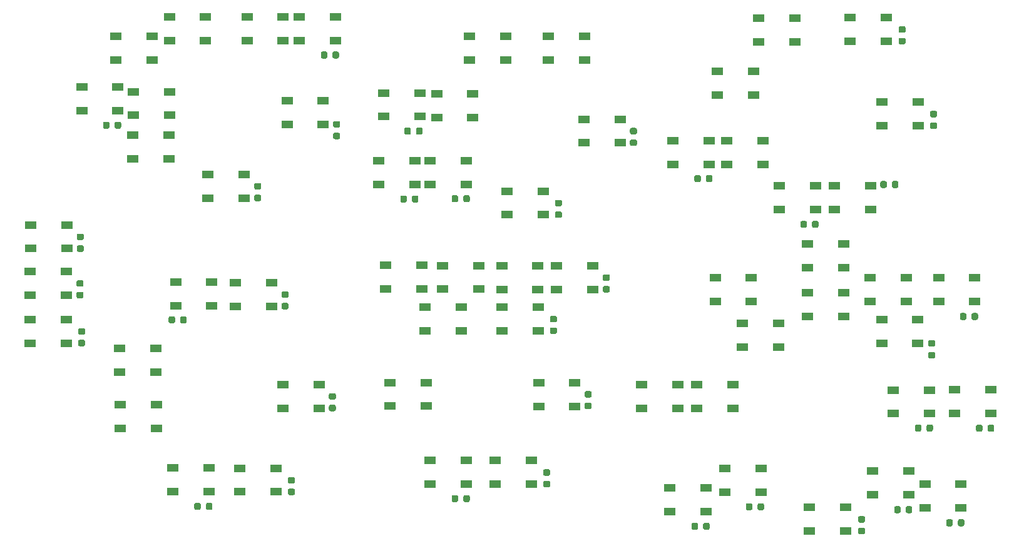
<source format=gbr>
%TF.GenerationSoftware,KiCad,Pcbnew,(5.1.12-1-10_14)*%
%TF.CreationDate,2021-11-27T18:06:18+11:00*%
%TF.ProjectId,SIM CNTL Panel PCB V2,53494d20-434e-4544-9c20-50616e656c20,rev?*%
%TF.SameCoordinates,Original*%
%TF.FileFunction,Paste,Top*%
%TF.FilePolarity,Positive*%
%FSLAX46Y46*%
G04 Gerber Fmt 4.6, Leading zero omitted, Abs format (unit mm)*
G04 Created by KiCad (PCBNEW (5.1.12-1-10_14)) date 2021-11-27 18:06:18*
%MOMM*%
%LPD*%
G01*
G04 APERTURE LIST*
%ADD10R,1.500000X1.000000*%
G04 APERTURE END LIST*
%TO.C,C2*%
G36*
G01*
X174732500Y-77546250D02*
X174732500Y-77033750D01*
G75*
G02*
X174951250Y-76815000I218750J0D01*
G01*
X175388750Y-76815000D01*
G75*
G02*
X175607500Y-77033750I0J-218750D01*
G01*
X175607500Y-77546250D01*
G75*
G02*
X175388750Y-77765000I-218750J0D01*
G01*
X174951250Y-77765000D01*
G75*
G02*
X174732500Y-77546250I0J218750D01*
G01*
G37*
G36*
G01*
X173157500Y-77546250D02*
X173157500Y-77033750D01*
G75*
G02*
X173376250Y-76815000I218750J0D01*
G01*
X173813750Y-76815000D01*
G75*
G02*
X174032500Y-77033750I0J-218750D01*
G01*
X174032500Y-77546250D01*
G75*
G02*
X173813750Y-77765000I-218750J0D01*
G01*
X173376250Y-77765000D01*
G75*
G02*
X173157500Y-77546250I0J218750D01*
G01*
G37*
%TD*%
D10*
%TO.C,D2*%
X94933600Y-57988400D03*
X94933600Y-61188400D03*
X99833600Y-57988400D03*
X99833600Y-61188400D03*
%TD*%
%TO.C,C29*%
G36*
G01*
X204562500Y-111306250D02*
X204562500Y-110793750D01*
G75*
G02*
X204781250Y-110575000I218750J0D01*
G01*
X205218750Y-110575000D01*
G75*
G02*
X205437500Y-110793750I0J-218750D01*
G01*
X205437500Y-111306250D01*
G75*
G02*
X205218750Y-111525000I-218750J0D01*
G01*
X204781250Y-111525000D01*
G75*
G02*
X204562500Y-111306250I0J218750D01*
G01*
G37*
G36*
G01*
X202987500Y-111306250D02*
X202987500Y-110793750D01*
G75*
G02*
X203206250Y-110575000I218750J0D01*
G01*
X203643750Y-110575000D01*
G75*
G02*
X203862500Y-110793750I0J-218750D01*
G01*
X203862500Y-111306250D01*
G75*
G02*
X203643750Y-111525000I-218750J0D01*
G01*
X203206250Y-111525000D01*
G75*
G02*
X202987500Y-111306250I0J218750D01*
G01*
G37*
%TD*%
%TO.C,C18*%
G36*
G01*
X135512500Y-71106250D02*
X135512500Y-70593750D01*
G75*
G02*
X135731250Y-70375000I218750J0D01*
G01*
X136168750Y-70375000D01*
G75*
G02*
X136387500Y-70593750I0J-218750D01*
G01*
X136387500Y-71106250D01*
G75*
G02*
X136168750Y-71325000I-218750J0D01*
G01*
X135731250Y-71325000D01*
G75*
G02*
X135512500Y-71106250I0J218750D01*
G01*
G37*
G36*
G01*
X133937500Y-71106250D02*
X133937500Y-70593750D01*
G75*
G02*
X134156250Y-70375000I218750J0D01*
G01*
X134593750Y-70375000D01*
G75*
G02*
X134812500Y-70593750I0J-218750D01*
G01*
X134812500Y-71106250D01*
G75*
G02*
X134593750Y-71325000I-218750J0D01*
G01*
X134156250Y-71325000D01*
G75*
G02*
X133937500Y-71106250I0J218750D01*
G01*
G37*
%TD*%
%TO.C,C17*%
G36*
G01*
X125026250Y-70367500D02*
X124513750Y-70367500D01*
G75*
G02*
X124295000Y-70148750I0J218750D01*
G01*
X124295000Y-69711250D01*
G75*
G02*
X124513750Y-69492500I218750J0D01*
G01*
X125026250Y-69492500D01*
G75*
G02*
X125245000Y-69711250I0J-218750D01*
G01*
X125245000Y-70148750D01*
G75*
G02*
X125026250Y-70367500I-218750J0D01*
G01*
G37*
G36*
G01*
X125026250Y-71942500D02*
X124513750Y-71942500D01*
G75*
G02*
X124295000Y-71723750I0J218750D01*
G01*
X124295000Y-71286250D01*
G75*
G02*
X124513750Y-71067500I218750J0D01*
G01*
X125026250Y-71067500D01*
G75*
G02*
X125245000Y-71286250I0J-218750D01*
G01*
X125245000Y-71723750D01*
G75*
G02*
X125026250Y-71942500I-218750J0D01*
G01*
G37*
%TD*%
%TO.C,C37*%
G36*
G01*
X164668750Y-71987500D02*
X165181250Y-71987500D01*
G75*
G02*
X165400000Y-72206250I0J-218750D01*
G01*
X165400000Y-72643750D01*
G75*
G02*
X165181250Y-72862500I-218750J0D01*
G01*
X164668750Y-72862500D01*
G75*
G02*
X164450000Y-72643750I0J218750D01*
G01*
X164450000Y-72206250D01*
G75*
G02*
X164668750Y-71987500I218750J0D01*
G01*
G37*
G36*
G01*
X164668750Y-70412500D02*
X165181250Y-70412500D01*
G75*
G02*
X165400000Y-70631250I0J-218750D01*
G01*
X165400000Y-71068750D01*
G75*
G02*
X165181250Y-71287500I-218750J0D01*
G01*
X164668750Y-71287500D01*
G75*
G02*
X164450000Y-71068750I0J218750D01*
G01*
X164450000Y-70631250D01*
G75*
G02*
X164668750Y-70412500I218750J0D01*
G01*
G37*
%TD*%
%TO.C,C36*%
G36*
G01*
X212837500Y-111331250D02*
X212837500Y-110818750D01*
G75*
G02*
X213056250Y-110600000I218750J0D01*
G01*
X213493750Y-110600000D01*
G75*
G02*
X213712500Y-110818750I0J-218750D01*
G01*
X213712500Y-111331250D01*
G75*
G02*
X213493750Y-111550000I-218750J0D01*
G01*
X213056250Y-111550000D01*
G75*
G02*
X212837500Y-111331250I0J218750D01*
G01*
G37*
G36*
G01*
X211262500Y-111331250D02*
X211262500Y-110818750D01*
G75*
G02*
X211481250Y-110600000I218750J0D01*
G01*
X211918750Y-110600000D01*
G75*
G02*
X212137500Y-110818750I0J-218750D01*
G01*
X212137500Y-111331250D01*
G75*
G02*
X211918750Y-111550000I-218750J0D01*
G01*
X211481250Y-111550000D01*
G75*
G02*
X211262500Y-111331250I0J218750D01*
G01*
G37*
%TD*%
%TO.C,C35*%
G36*
G01*
X189087500Y-83731250D02*
X189087500Y-83218750D01*
G75*
G02*
X189306250Y-83000000I218750J0D01*
G01*
X189743750Y-83000000D01*
G75*
G02*
X189962500Y-83218750I0J-218750D01*
G01*
X189962500Y-83731250D01*
G75*
G02*
X189743750Y-83950000I-218750J0D01*
G01*
X189306250Y-83950000D01*
G75*
G02*
X189087500Y-83731250I0J218750D01*
G01*
G37*
G36*
G01*
X187512500Y-83731250D02*
X187512500Y-83218750D01*
G75*
G02*
X187731250Y-83000000I218750J0D01*
G01*
X188168750Y-83000000D01*
G75*
G02*
X188387500Y-83218750I0J-218750D01*
G01*
X188387500Y-83731250D01*
G75*
G02*
X188168750Y-83950000I-218750J0D01*
G01*
X187731250Y-83950000D01*
G75*
G02*
X187512500Y-83731250I0J218750D01*
G01*
G37*
%TD*%
%TO.C,C34*%
G36*
G01*
X208812500Y-124131250D02*
X208812500Y-123618750D01*
G75*
G02*
X209031250Y-123400000I218750J0D01*
G01*
X209468750Y-123400000D01*
G75*
G02*
X209687500Y-123618750I0J-218750D01*
G01*
X209687500Y-124131250D01*
G75*
G02*
X209468750Y-124350000I-218750J0D01*
G01*
X209031250Y-124350000D01*
G75*
G02*
X208812500Y-124131250I0J218750D01*
G01*
G37*
G36*
G01*
X207237500Y-124131250D02*
X207237500Y-123618750D01*
G75*
G02*
X207456250Y-123400000I218750J0D01*
G01*
X207893750Y-123400000D01*
G75*
G02*
X208112500Y-123618750I0J-218750D01*
G01*
X208112500Y-124131250D01*
G75*
G02*
X207893750Y-124350000I-218750J0D01*
G01*
X207456250Y-124350000D01*
G75*
G02*
X207237500Y-124131250I0J218750D01*
G01*
G37*
%TD*%
%TO.C,C33*%
G36*
G01*
X158543750Y-107612500D02*
X159056250Y-107612500D01*
G75*
G02*
X159275000Y-107831250I0J-218750D01*
G01*
X159275000Y-108268750D01*
G75*
G02*
X159056250Y-108487500I-218750J0D01*
G01*
X158543750Y-108487500D01*
G75*
G02*
X158325000Y-108268750I0J218750D01*
G01*
X158325000Y-107831250D01*
G75*
G02*
X158543750Y-107612500I218750J0D01*
G01*
G37*
G36*
G01*
X158543750Y-106037500D02*
X159056250Y-106037500D01*
G75*
G02*
X159275000Y-106256250I0J-218750D01*
G01*
X159275000Y-106693750D01*
G75*
G02*
X159056250Y-106912500I-218750J0D01*
G01*
X158543750Y-106912500D01*
G75*
G02*
X158325000Y-106693750I0J218750D01*
G01*
X158325000Y-106256250D01*
G75*
G02*
X158543750Y-106037500I218750J0D01*
G01*
G37*
%TD*%
%TO.C,C32*%
G36*
G01*
X210662500Y-96206250D02*
X210662500Y-95693750D01*
G75*
G02*
X210881250Y-95475000I218750J0D01*
G01*
X211318750Y-95475000D01*
G75*
G02*
X211537500Y-95693750I0J-218750D01*
G01*
X211537500Y-96206250D01*
G75*
G02*
X211318750Y-96425000I-218750J0D01*
G01*
X210881250Y-96425000D01*
G75*
G02*
X210662500Y-96206250I0J218750D01*
G01*
G37*
G36*
G01*
X209087500Y-96206250D02*
X209087500Y-95693750D01*
G75*
G02*
X209306250Y-95475000I218750J0D01*
G01*
X209743750Y-95475000D01*
G75*
G02*
X209962500Y-95693750I0J-218750D01*
G01*
X209962500Y-96206250D01*
G75*
G02*
X209743750Y-96425000I-218750J0D01*
G01*
X209306250Y-96425000D01*
G75*
G02*
X209087500Y-96206250I0J218750D01*
G01*
G37*
%TD*%
%TO.C,C31*%
G36*
G01*
X201762500Y-122356250D02*
X201762500Y-121843750D01*
G75*
G02*
X201981250Y-121625000I218750J0D01*
G01*
X202418750Y-121625000D01*
G75*
G02*
X202637500Y-121843750I0J-218750D01*
G01*
X202637500Y-122356250D01*
G75*
G02*
X202418750Y-122575000I-218750J0D01*
G01*
X201981250Y-122575000D01*
G75*
G02*
X201762500Y-122356250I0J218750D01*
G01*
G37*
G36*
G01*
X200187500Y-122356250D02*
X200187500Y-121843750D01*
G75*
G02*
X200406250Y-121625000I218750J0D01*
G01*
X200843750Y-121625000D01*
G75*
G02*
X201062500Y-121843750I0J-218750D01*
G01*
X201062500Y-122356250D01*
G75*
G02*
X200843750Y-122575000I-218750J0D01*
G01*
X200406250Y-122575000D01*
G75*
G02*
X200187500Y-122356250I0J218750D01*
G01*
G37*
%TD*%
%TO.C,C30*%
G36*
G01*
X174362500Y-124606250D02*
X174362500Y-124093750D01*
G75*
G02*
X174581250Y-123875000I218750J0D01*
G01*
X175018750Y-123875000D01*
G75*
G02*
X175237500Y-124093750I0J-218750D01*
G01*
X175237500Y-124606250D01*
G75*
G02*
X175018750Y-124825000I-218750J0D01*
G01*
X174581250Y-124825000D01*
G75*
G02*
X174362500Y-124606250I0J218750D01*
G01*
G37*
G36*
G01*
X172787500Y-124606250D02*
X172787500Y-124093750D01*
G75*
G02*
X173006250Y-123875000I218750J0D01*
G01*
X173443750Y-123875000D01*
G75*
G02*
X173662500Y-124093750I0J-218750D01*
G01*
X173662500Y-124606250D01*
G75*
G02*
X173443750Y-124825000I-218750J0D01*
G01*
X173006250Y-124825000D01*
G75*
G02*
X172787500Y-124606250I0J218750D01*
G01*
G37*
%TD*%
%TO.C,C28*%
G36*
G01*
X107100000Y-121906250D02*
X107100000Y-121393750D01*
G75*
G02*
X107318750Y-121175000I218750J0D01*
G01*
X107756250Y-121175000D01*
G75*
G02*
X107975000Y-121393750I0J-218750D01*
G01*
X107975000Y-121906250D01*
G75*
G02*
X107756250Y-122125000I-218750J0D01*
G01*
X107318750Y-122125000D01*
G75*
G02*
X107100000Y-121906250I0J218750D01*
G01*
G37*
G36*
G01*
X105525000Y-121906250D02*
X105525000Y-121393750D01*
G75*
G02*
X105743750Y-121175000I218750J0D01*
G01*
X106181250Y-121175000D01*
G75*
G02*
X106400000Y-121393750I0J-218750D01*
G01*
X106400000Y-121906250D01*
G75*
G02*
X106181250Y-122125000I-218750J0D01*
G01*
X105743750Y-122125000D01*
G75*
G02*
X105525000Y-121906250I0J218750D01*
G01*
G37*
%TD*%
%TO.C,C27*%
G36*
G01*
X141912500Y-120856250D02*
X141912500Y-120343750D01*
G75*
G02*
X142131250Y-120125000I218750J0D01*
G01*
X142568750Y-120125000D01*
G75*
G02*
X142787500Y-120343750I0J-218750D01*
G01*
X142787500Y-120856250D01*
G75*
G02*
X142568750Y-121075000I-218750J0D01*
G01*
X142131250Y-121075000D01*
G75*
G02*
X141912500Y-120856250I0J218750D01*
G01*
G37*
G36*
G01*
X140337500Y-120856250D02*
X140337500Y-120343750D01*
G75*
G02*
X140556250Y-120125000I218750J0D01*
G01*
X140993750Y-120125000D01*
G75*
G02*
X141212500Y-120343750I0J-218750D01*
G01*
X141212500Y-120856250D01*
G75*
G02*
X140993750Y-121075000I-218750J0D01*
G01*
X140556250Y-121075000D01*
G75*
G02*
X140337500Y-120856250I0J218750D01*
G01*
G37*
%TD*%
%TO.C,C26*%
G36*
G01*
X181712500Y-121956250D02*
X181712500Y-121443750D01*
G75*
G02*
X181931250Y-121225000I218750J0D01*
G01*
X182368750Y-121225000D01*
G75*
G02*
X182587500Y-121443750I0J-218750D01*
G01*
X182587500Y-121956250D01*
G75*
G02*
X182368750Y-122175000I-218750J0D01*
G01*
X181931250Y-122175000D01*
G75*
G02*
X181712500Y-121956250I0J218750D01*
G01*
G37*
G36*
G01*
X180137500Y-121956250D02*
X180137500Y-121443750D01*
G75*
G02*
X180356250Y-121225000I218750J0D01*
G01*
X180793750Y-121225000D01*
G75*
G02*
X181012500Y-121443750I0J-218750D01*
G01*
X181012500Y-121956250D01*
G75*
G02*
X180793750Y-122175000I-218750J0D01*
G01*
X180356250Y-122175000D01*
G75*
G02*
X180137500Y-121956250I0J218750D01*
G01*
G37*
%TD*%
%TO.C,C25*%
G36*
G01*
X103612500Y-96656250D02*
X103612500Y-96143750D01*
G75*
G02*
X103831250Y-95925000I218750J0D01*
G01*
X104268750Y-95925000D01*
G75*
G02*
X104487500Y-96143750I0J-218750D01*
G01*
X104487500Y-96656250D01*
G75*
G02*
X104268750Y-96875000I-218750J0D01*
G01*
X103831250Y-96875000D01*
G75*
G02*
X103612500Y-96656250I0J218750D01*
G01*
G37*
G36*
G01*
X102037500Y-96656250D02*
X102037500Y-96143750D01*
G75*
G02*
X102256250Y-95925000I218750J0D01*
G01*
X102693750Y-95925000D01*
G75*
G02*
X102912500Y-96143750I0J-218750D01*
G01*
X102912500Y-96656250D01*
G75*
G02*
X102693750Y-96875000I-218750J0D01*
G01*
X102256250Y-96875000D01*
G75*
G02*
X102037500Y-96656250I0J218750D01*
G01*
G37*
%TD*%
%TO.C,C24*%
G36*
G01*
X160993750Y-91812500D02*
X161506250Y-91812500D01*
G75*
G02*
X161725000Y-92031250I0J-218750D01*
G01*
X161725000Y-92468750D01*
G75*
G02*
X161506250Y-92687500I-218750J0D01*
G01*
X160993750Y-92687500D01*
G75*
G02*
X160775000Y-92468750I0J218750D01*
G01*
X160775000Y-92031250D01*
G75*
G02*
X160993750Y-91812500I218750J0D01*
G01*
G37*
G36*
G01*
X160993750Y-90237500D02*
X161506250Y-90237500D01*
G75*
G02*
X161725000Y-90456250I0J-218750D01*
G01*
X161725000Y-90893750D01*
G75*
G02*
X161506250Y-91112500I-218750J0D01*
G01*
X160993750Y-91112500D01*
G75*
G02*
X160775000Y-90893750I0J218750D01*
G01*
X160775000Y-90456250D01*
G75*
G02*
X160993750Y-90237500I218750J0D01*
G01*
G37*
%TD*%
%TO.C,C23*%
G36*
G01*
X117543750Y-94112500D02*
X118056250Y-94112500D01*
G75*
G02*
X118275000Y-94331250I0J-218750D01*
G01*
X118275000Y-94768750D01*
G75*
G02*
X118056250Y-94987500I-218750J0D01*
G01*
X117543750Y-94987500D01*
G75*
G02*
X117325000Y-94768750I0J218750D01*
G01*
X117325000Y-94331250D01*
G75*
G02*
X117543750Y-94112500I218750J0D01*
G01*
G37*
G36*
G01*
X117543750Y-92537500D02*
X118056250Y-92537500D01*
G75*
G02*
X118275000Y-92756250I0J-218750D01*
G01*
X118275000Y-93193750D01*
G75*
G02*
X118056250Y-93412500I-218750J0D01*
G01*
X117543750Y-93412500D01*
G75*
G02*
X117325000Y-93193750I0J218750D01*
G01*
X117325000Y-92756250D01*
G75*
G02*
X117543750Y-92537500I218750J0D01*
G01*
G37*
%TD*%
%TO.C,C22*%
G36*
G01*
X123943750Y-107900000D02*
X124456250Y-107900000D01*
G75*
G02*
X124675000Y-108118750I0J-218750D01*
G01*
X124675000Y-108556250D01*
G75*
G02*
X124456250Y-108775000I-218750J0D01*
G01*
X123943750Y-108775000D01*
G75*
G02*
X123725000Y-108556250I0J218750D01*
G01*
X123725000Y-108118750D01*
G75*
G02*
X123943750Y-107900000I218750J0D01*
G01*
G37*
G36*
G01*
X123943750Y-106325000D02*
X124456250Y-106325000D01*
G75*
G02*
X124675000Y-106543750I0J-218750D01*
G01*
X124675000Y-106981250D01*
G75*
G02*
X124456250Y-107200000I-218750J0D01*
G01*
X123943750Y-107200000D01*
G75*
G02*
X123725000Y-106981250I0J218750D01*
G01*
X123725000Y-106543750D01*
G75*
G02*
X123943750Y-106325000I218750J0D01*
G01*
G37*
%TD*%
%TO.C,C21*%
G36*
G01*
X134962500Y-80306250D02*
X134962500Y-79793750D01*
G75*
G02*
X135181250Y-79575000I218750J0D01*
G01*
X135618750Y-79575000D01*
G75*
G02*
X135837500Y-79793750I0J-218750D01*
G01*
X135837500Y-80306250D01*
G75*
G02*
X135618750Y-80525000I-218750J0D01*
G01*
X135181250Y-80525000D01*
G75*
G02*
X134962500Y-80306250I0J218750D01*
G01*
G37*
G36*
G01*
X133387500Y-80306250D02*
X133387500Y-79793750D01*
G75*
G02*
X133606250Y-79575000I218750J0D01*
G01*
X134043750Y-79575000D01*
G75*
G02*
X134262500Y-79793750I0J-218750D01*
G01*
X134262500Y-80306250D01*
G75*
G02*
X134043750Y-80525000I-218750J0D01*
G01*
X133606250Y-80525000D01*
G75*
G02*
X133387500Y-80306250I0J218750D01*
G01*
G37*
%TD*%
%TO.C,C20*%
G36*
G01*
X124212500Y-60806250D02*
X124212500Y-60293750D01*
G75*
G02*
X124431250Y-60075000I218750J0D01*
G01*
X124868750Y-60075000D01*
G75*
G02*
X125087500Y-60293750I0J-218750D01*
G01*
X125087500Y-60806250D01*
G75*
G02*
X124868750Y-61025000I-218750J0D01*
G01*
X124431250Y-61025000D01*
G75*
G02*
X124212500Y-60806250I0J218750D01*
G01*
G37*
G36*
G01*
X122637500Y-60806250D02*
X122637500Y-60293750D01*
G75*
G02*
X122856250Y-60075000I218750J0D01*
G01*
X123293750Y-60075000D01*
G75*
G02*
X123512500Y-60293750I0J-218750D01*
G01*
X123512500Y-60806250D01*
G75*
G02*
X123293750Y-61025000I-218750J0D01*
G01*
X122856250Y-61025000D01*
G75*
G02*
X122637500Y-60806250I0J218750D01*
G01*
G37*
%TD*%
%TO.C,C19*%
G36*
G01*
X141912500Y-80256250D02*
X141912500Y-79743750D01*
G75*
G02*
X142131250Y-79525000I218750J0D01*
G01*
X142568750Y-79525000D01*
G75*
G02*
X142787500Y-79743750I0J-218750D01*
G01*
X142787500Y-80256250D01*
G75*
G02*
X142568750Y-80475000I-218750J0D01*
G01*
X142131250Y-80475000D01*
G75*
G02*
X141912500Y-80256250I0J218750D01*
G01*
G37*
G36*
G01*
X140337500Y-80256250D02*
X140337500Y-79743750D01*
G75*
G02*
X140556250Y-79525000I218750J0D01*
G01*
X140993750Y-79525000D01*
G75*
G02*
X141212500Y-79743750I0J-218750D01*
G01*
X141212500Y-80256250D01*
G75*
G02*
X140993750Y-80475000I-218750J0D01*
G01*
X140556250Y-80475000D01*
G75*
G02*
X140337500Y-80256250I0J218750D01*
G01*
G37*
%TD*%
%TO.C,C16*%
G36*
G01*
X89843750Y-86312500D02*
X90356250Y-86312500D01*
G75*
G02*
X90575000Y-86531250I0J-218750D01*
G01*
X90575000Y-86968750D01*
G75*
G02*
X90356250Y-87187500I-218750J0D01*
G01*
X89843750Y-87187500D01*
G75*
G02*
X89625000Y-86968750I0J218750D01*
G01*
X89625000Y-86531250D01*
G75*
G02*
X89843750Y-86312500I218750J0D01*
G01*
G37*
G36*
G01*
X89843750Y-84737500D02*
X90356250Y-84737500D01*
G75*
G02*
X90575000Y-84956250I0J-218750D01*
G01*
X90575000Y-85393750D01*
G75*
G02*
X90356250Y-85612500I-218750J0D01*
G01*
X89843750Y-85612500D01*
G75*
G02*
X89625000Y-85393750I0J218750D01*
G01*
X89625000Y-84956250D01*
G75*
G02*
X89843750Y-84737500I218750J0D01*
G01*
G37*
%TD*%
%TO.C,C15*%
G36*
G01*
X113843750Y-79462500D02*
X114356250Y-79462500D01*
G75*
G02*
X114575000Y-79681250I0J-218750D01*
G01*
X114575000Y-80118750D01*
G75*
G02*
X114356250Y-80337500I-218750J0D01*
G01*
X113843750Y-80337500D01*
G75*
G02*
X113625000Y-80118750I0J218750D01*
G01*
X113625000Y-79681250D01*
G75*
G02*
X113843750Y-79462500I218750J0D01*
G01*
G37*
G36*
G01*
X113843750Y-77887500D02*
X114356250Y-77887500D01*
G75*
G02*
X114575000Y-78106250I0J-218750D01*
G01*
X114575000Y-78543750D01*
G75*
G02*
X114356250Y-78762500I-218750J0D01*
G01*
X113843750Y-78762500D01*
G75*
G02*
X113625000Y-78543750I0J218750D01*
G01*
X113625000Y-78106250D01*
G75*
G02*
X113843750Y-77887500I218750J0D01*
G01*
G37*
%TD*%
%TO.C,C14*%
G36*
G01*
X89793750Y-92612500D02*
X90306250Y-92612500D01*
G75*
G02*
X90525000Y-92831250I0J-218750D01*
G01*
X90525000Y-93268750D01*
G75*
G02*
X90306250Y-93487500I-218750J0D01*
G01*
X89793750Y-93487500D01*
G75*
G02*
X89575000Y-93268750I0J218750D01*
G01*
X89575000Y-92831250D01*
G75*
G02*
X89793750Y-92612500I218750J0D01*
G01*
G37*
G36*
G01*
X89793750Y-91037500D02*
X90306250Y-91037500D01*
G75*
G02*
X90525000Y-91256250I0J-218750D01*
G01*
X90525000Y-91693750D01*
G75*
G02*
X90306250Y-91912500I-218750J0D01*
G01*
X89793750Y-91912500D01*
G75*
G02*
X89575000Y-91693750I0J218750D01*
G01*
X89575000Y-91256250D01*
G75*
G02*
X89793750Y-91037500I218750J0D01*
G01*
G37*
%TD*%
%TO.C,R1*%
G36*
G01*
X199192000Y-77823350D02*
X199192000Y-78335850D01*
G75*
G02*
X198973250Y-78554600I-218750J0D01*
G01*
X198535750Y-78554600D01*
G75*
G02*
X198317000Y-78335850I0J218750D01*
G01*
X198317000Y-77823350D01*
G75*
G02*
X198535750Y-77604600I218750J0D01*
G01*
X198973250Y-77604600D01*
G75*
G02*
X199192000Y-77823350I0J-218750D01*
G01*
G37*
G36*
G01*
X200767000Y-77823350D02*
X200767000Y-78335850D01*
G75*
G02*
X200548250Y-78554600I-218750J0D01*
G01*
X200110750Y-78554600D01*
G75*
G02*
X199892000Y-78335850I0J218750D01*
G01*
X199892000Y-77823350D01*
G75*
G02*
X200110750Y-77604600I218750J0D01*
G01*
X200548250Y-77604600D01*
G75*
G02*
X200767000Y-77823350I0J-218750D01*
G01*
G37*
%TD*%
%TO.C,C13*%
G36*
G01*
X195526750Y-124541000D02*
X196039250Y-124541000D01*
G75*
G02*
X196258000Y-124759750I0J-218750D01*
G01*
X196258000Y-125197250D01*
G75*
G02*
X196039250Y-125416000I-218750J0D01*
G01*
X195526750Y-125416000D01*
G75*
G02*
X195308000Y-125197250I0J218750D01*
G01*
X195308000Y-124759750D01*
G75*
G02*
X195526750Y-124541000I218750J0D01*
G01*
G37*
G36*
G01*
X195526750Y-122966000D02*
X196039250Y-122966000D01*
G75*
G02*
X196258000Y-123184750I0J-218750D01*
G01*
X196258000Y-123622250D01*
G75*
G02*
X196039250Y-123841000I-218750J0D01*
G01*
X195526750Y-123841000D01*
G75*
G02*
X195308000Y-123622250I0J218750D01*
G01*
X195308000Y-123184750D01*
G75*
G02*
X195526750Y-122966000I218750J0D01*
G01*
G37*
%TD*%
%TO.C,C12*%
G36*
G01*
X205531250Y-100037500D02*
X205018750Y-100037500D01*
G75*
G02*
X204800000Y-99818750I0J218750D01*
G01*
X204800000Y-99381250D01*
G75*
G02*
X205018750Y-99162500I218750J0D01*
G01*
X205531250Y-99162500D01*
G75*
G02*
X205750000Y-99381250I0J-218750D01*
G01*
X205750000Y-99818750D01*
G75*
G02*
X205531250Y-100037500I-218750J0D01*
G01*
G37*
G36*
G01*
X205531250Y-101612500D02*
X205018750Y-101612500D01*
G75*
G02*
X204800000Y-101393750I0J218750D01*
G01*
X204800000Y-100956250D01*
G75*
G02*
X205018750Y-100737500I218750J0D01*
G01*
X205531250Y-100737500D01*
G75*
G02*
X205750000Y-100956250I0J-218750D01*
G01*
X205750000Y-101393750D01*
G75*
G02*
X205531250Y-101612500I-218750J0D01*
G01*
G37*
%TD*%
%TO.C,C11*%
G36*
G01*
X201010750Y-58226300D02*
X201523250Y-58226300D01*
G75*
G02*
X201742000Y-58445050I0J-218750D01*
G01*
X201742000Y-58882550D01*
G75*
G02*
X201523250Y-59101300I-218750J0D01*
G01*
X201010750Y-59101300D01*
G75*
G02*
X200792000Y-58882550I0J218750D01*
G01*
X200792000Y-58445050D01*
G75*
G02*
X201010750Y-58226300I218750J0D01*
G01*
G37*
G36*
G01*
X201010750Y-56651300D02*
X201523250Y-56651300D01*
G75*
G02*
X201742000Y-56870050I0J-218750D01*
G01*
X201742000Y-57307550D01*
G75*
G02*
X201523250Y-57526300I-218750J0D01*
G01*
X201010750Y-57526300D01*
G75*
G02*
X200792000Y-57307550I0J218750D01*
G01*
X200792000Y-56870050D01*
G75*
G02*
X201010750Y-56651300I218750J0D01*
G01*
G37*
%TD*%
%TO.C,C10*%
G36*
G01*
X205262750Y-69679200D02*
X205775250Y-69679200D01*
G75*
G02*
X205994000Y-69897950I0J-218750D01*
G01*
X205994000Y-70335450D01*
G75*
G02*
X205775250Y-70554200I-218750J0D01*
G01*
X205262750Y-70554200D01*
G75*
G02*
X205044000Y-70335450I0J218750D01*
G01*
X205044000Y-69897950D01*
G75*
G02*
X205262750Y-69679200I218750J0D01*
G01*
G37*
G36*
G01*
X205262750Y-68104200D02*
X205775250Y-68104200D01*
G75*
G02*
X205994000Y-68322950I0J-218750D01*
G01*
X205994000Y-68760450D01*
G75*
G02*
X205775250Y-68979200I-218750J0D01*
G01*
X205262750Y-68979200D01*
G75*
G02*
X205044000Y-68760450I0J218750D01*
G01*
X205044000Y-68322950D01*
G75*
G02*
X205262750Y-68104200I218750J0D01*
G01*
G37*
%TD*%
%TO.C,C9*%
G36*
G01*
X154538750Y-81729000D02*
X155051250Y-81729000D01*
G75*
G02*
X155270000Y-81947750I0J-218750D01*
G01*
X155270000Y-82385250D01*
G75*
G02*
X155051250Y-82604000I-218750J0D01*
G01*
X154538750Y-82604000D01*
G75*
G02*
X154320000Y-82385250I0J218750D01*
G01*
X154320000Y-81947750D01*
G75*
G02*
X154538750Y-81729000I218750J0D01*
G01*
G37*
G36*
G01*
X154538750Y-80154000D02*
X155051250Y-80154000D01*
G75*
G02*
X155270000Y-80372750I0J-218750D01*
G01*
X155270000Y-80810250D01*
G75*
G02*
X155051250Y-81029000I-218750J0D01*
G01*
X154538750Y-81029000D01*
G75*
G02*
X154320000Y-80810250I0J218750D01*
G01*
X154320000Y-80372750D01*
G75*
G02*
X154538750Y-80154000I218750J0D01*
G01*
G37*
%TD*%
%TO.C,C8*%
G36*
G01*
X153847750Y-97434000D02*
X154360250Y-97434000D01*
G75*
G02*
X154579000Y-97652750I0J-218750D01*
G01*
X154579000Y-98090250D01*
G75*
G02*
X154360250Y-98309000I-218750J0D01*
G01*
X153847750Y-98309000D01*
G75*
G02*
X153629000Y-98090250I0J218750D01*
G01*
X153629000Y-97652750D01*
G75*
G02*
X153847750Y-97434000I218750J0D01*
G01*
G37*
G36*
G01*
X153847750Y-95859000D02*
X154360250Y-95859000D01*
G75*
G02*
X154579000Y-96077750I0J-218750D01*
G01*
X154579000Y-96515250D01*
G75*
G02*
X154360250Y-96734000I-218750J0D01*
G01*
X153847750Y-96734000D01*
G75*
G02*
X153629000Y-96515250I0J218750D01*
G01*
X153629000Y-96077750D01*
G75*
G02*
X153847750Y-95859000I218750J0D01*
G01*
G37*
%TD*%
%TO.C,C7*%
G36*
G01*
X152933750Y-118198000D02*
X153446250Y-118198000D01*
G75*
G02*
X153665000Y-118416750I0J-218750D01*
G01*
X153665000Y-118854250D01*
G75*
G02*
X153446250Y-119073000I-218750J0D01*
G01*
X152933750Y-119073000D01*
G75*
G02*
X152715000Y-118854250I0J218750D01*
G01*
X152715000Y-118416750D01*
G75*
G02*
X152933750Y-118198000I218750J0D01*
G01*
G37*
G36*
G01*
X152933750Y-116623000D02*
X153446250Y-116623000D01*
G75*
G02*
X153665000Y-116841750I0J-218750D01*
G01*
X153665000Y-117279250D01*
G75*
G02*
X153446250Y-117498000I-218750J0D01*
G01*
X152933750Y-117498000D01*
G75*
G02*
X152715000Y-117279250I0J218750D01*
G01*
X152715000Y-116841750D01*
G75*
G02*
X152933750Y-116623000I218750J0D01*
G01*
G37*
%TD*%
%TO.C,C6*%
G36*
G01*
X118399750Y-119245000D02*
X118912250Y-119245000D01*
G75*
G02*
X119131000Y-119463750I0J-218750D01*
G01*
X119131000Y-119901250D01*
G75*
G02*
X118912250Y-120120000I-218750J0D01*
G01*
X118399750Y-120120000D01*
G75*
G02*
X118181000Y-119901250I0J218750D01*
G01*
X118181000Y-119463750D01*
G75*
G02*
X118399750Y-119245000I218750J0D01*
G01*
G37*
G36*
G01*
X118399750Y-117670000D02*
X118912250Y-117670000D01*
G75*
G02*
X119131000Y-117888750I0J-218750D01*
G01*
X119131000Y-118326250D01*
G75*
G02*
X118912250Y-118545000I-218750J0D01*
G01*
X118399750Y-118545000D01*
G75*
G02*
X118181000Y-118326250I0J218750D01*
G01*
X118181000Y-117888750D01*
G75*
G02*
X118399750Y-117670000I218750J0D01*
G01*
G37*
%TD*%
%TO.C,C5*%
G36*
G01*
X90022950Y-99100100D02*
X90535450Y-99100100D01*
G75*
G02*
X90754200Y-99318850I0J-218750D01*
G01*
X90754200Y-99756350D01*
G75*
G02*
X90535450Y-99975100I-218750J0D01*
G01*
X90022950Y-99975100D01*
G75*
G02*
X89804200Y-99756350I0J218750D01*
G01*
X89804200Y-99318850D01*
G75*
G02*
X90022950Y-99100100I218750J0D01*
G01*
G37*
G36*
G01*
X90022950Y-97525100D02*
X90535450Y-97525100D01*
G75*
G02*
X90754200Y-97743850I0J-218750D01*
G01*
X90754200Y-98181350D01*
G75*
G02*
X90535450Y-98400100I-218750J0D01*
G01*
X90022950Y-98400100D01*
G75*
G02*
X89804200Y-98181350I0J218750D01*
G01*
X89804200Y-97743850D01*
G75*
G02*
X90022950Y-97525100I218750J0D01*
G01*
G37*
%TD*%
%TO.C,C3*%
G36*
G01*
X94750000Y-70306250D02*
X94750000Y-69793750D01*
G75*
G02*
X94968750Y-69575000I218750J0D01*
G01*
X95406250Y-69575000D01*
G75*
G02*
X95625000Y-69793750I0J-218750D01*
G01*
X95625000Y-70306250D01*
G75*
G02*
X95406250Y-70525000I-218750J0D01*
G01*
X94968750Y-70525000D01*
G75*
G02*
X94750000Y-70306250I0J218750D01*
G01*
G37*
G36*
G01*
X93175000Y-70306250D02*
X93175000Y-69793750D01*
G75*
G02*
X93393750Y-69575000I218750J0D01*
G01*
X93831250Y-69575000D01*
G75*
G02*
X94050000Y-69793750I0J-218750D01*
G01*
X94050000Y-70306250D01*
G75*
G02*
X93831250Y-70525000I-218750J0D01*
G01*
X93393750Y-70525000D01*
G75*
G02*
X93175000Y-70306250I0J218750D01*
G01*
G37*
%TD*%
%TO.C,D62*%
X136767000Y-94691400D03*
X136767000Y-97891400D03*
X141667000Y-94691400D03*
X141667000Y-97891400D03*
%TD*%
%TO.C,D61*%
X131981000Y-104877000D03*
X131981000Y-108077000D03*
X136881000Y-104877000D03*
X136881000Y-108077000D03*
%TD*%
%TO.C,D60*%
X137442000Y-115443000D03*
X137442000Y-118643000D03*
X142342000Y-115443000D03*
X142342000Y-118643000D03*
%TD*%
%TO.C,D59*%
X146242000Y-115418000D03*
X146242000Y-118618000D03*
X151142000Y-115418000D03*
X151142000Y-118618000D03*
%TD*%
%TO.C,D58*%
X152097000Y-104902000D03*
X152097000Y-108102000D03*
X156997000Y-104902000D03*
X156997000Y-108102000D03*
%TD*%
%TO.C,D57*%
X147170000Y-94665800D03*
X147170000Y-97865800D03*
X152070000Y-94665800D03*
X152070000Y-97865800D03*
%TD*%
%TO.C,D56*%
X154536000Y-89077800D03*
X154536000Y-92277800D03*
X159436000Y-89077800D03*
X159436000Y-92277800D03*
%TD*%
%TO.C,D55*%
X147105000Y-89078000D03*
X147105000Y-92278000D03*
X152005000Y-89078000D03*
X152005000Y-92278000D03*
%TD*%
%TO.C,D54*%
X139118000Y-89052800D03*
X139118000Y-92252800D03*
X144018000Y-89052800D03*
X144018000Y-92252800D03*
%TD*%
%TO.C,D53*%
X188482000Y-92761000D03*
X188482000Y-95961000D03*
X193382000Y-92761000D03*
X193382000Y-95961000D03*
%TD*%
%TO.C,D52*%
X175973000Y-90728800D03*
X175973000Y-93928800D03*
X180873000Y-90728800D03*
X180873000Y-93928800D03*
%TD*%
%TO.C,D51*%
X179682000Y-96850200D03*
X179682000Y-100050200D03*
X184582000Y-96850200D03*
X184582000Y-100050200D03*
%TD*%
%TO.C,D50*%
X166042000Y-105207000D03*
X166042000Y-108407000D03*
X170942000Y-105207000D03*
X170942000Y-108407000D03*
%TD*%
%TO.C,D49*%
X173496000Y-105207000D03*
X173496000Y-108407000D03*
X178396000Y-105207000D03*
X178396000Y-108407000D03*
%TD*%
%TO.C,D48*%
X169864000Y-119152000D03*
X169864000Y-122352000D03*
X174764000Y-119152000D03*
X174764000Y-122352000D03*
%TD*%
%TO.C,D47*%
X177269000Y-116510000D03*
X177269000Y-119710000D03*
X182169000Y-116510000D03*
X182169000Y-119710000D03*
%TD*%
%TO.C,D46*%
X188685000Y-121793000D03*
X188685000Y-124993000D03*
X193585000Y-121793000D03*
X193585000Y-124993000D03*
%TD*%
%TO.C,D45*%
X197284000Y-116891000D03*
X197284000Y-120091000D03*
X202184000Y-116891000D03*
X202184000Y-120091000D03*
%TD*%
%TO.C,D44*%
X204345000Y-118643000D03*
X204345000Y-121843000D03*
X209245000Y-118643000D03*
X209245000Y-121843000D03*
%TD*%
%TO.C,D43*%
X208345000Y-105867000D03*
X208345000Y-109067000D03*
X213245000Y-105867000D03*
X213245000Y-109067000D03*
%TD*%
%TO.C,D42*%
X200090000Y-105893000D03*
X200090000Y-109093000D03*
X204990000Y-105893000D03*
X204990000Y-109093000D03*
%TD*%
%TO.C,D41*%
X198503000Y-96393000D03*
X198503000Y-99593000D03*
X203403000Y-96393000D03*
X203403000Y-99593000D03*
%TD*%
%TO.C,D40*%
X206199000Y-90729200D03*
X206199000Y-93929200D03*
X211099000Y-90729200D03*
X211099000Y-93929200D03*
%TD*%
%TO.C,D39*%
X196903000Y-90703400D03*
X196903000Y-93903400D03*
X201803000Y-90703400D03*
X201803000Y-93903400D03*
%TD*%
%TO.C,D38*%
X188493000Y-86106000D03*
X188493000Y-89306000D03*
X193393000Y-86106000D03*
X193393000Y-89306000D03*
%TD*%
%TO.C,D37*%
X131383000Y-89027200D03*
X131383000Y-92227200D03*
X136283000Y-89027200D03*
X136283000Y-92227200D03*
%TD*%
%TO.C,D36*%
X95441600Y-100254000D03*
X95441600Y-103454000D03*
X100341600Y-100254000D03*
X100341600Y-103454000D03*
%TD*%
%TO.C,D35*%
X95531600Y-107874000D03*
X95531600Y-111074000D03*
X100431600Y-107874000D03*
X100431600Y-111074000D03*
%TD*%
%TO.C,D34*%
X102604000Y-116434000D03*
X102604000Y-119634000D03*
X107504000Y-116434000D03*
X107504000Y-119634000D03*
%TD*%
%TO.C,D33*%
X111686000Y-116484000D03*
X111686000Y-119684000D03*
X116586000Y-116484000D03*
X116586000Y-119684000D03*
%TD*%
%TO.C,D32*%
X117489000Y-105156000D03*
X117489000Y-108356000D03*
X122389000Y-105156000D03*
X122389000Y-108356000D03*
%TD*%
%TO.C,D31*%
X111076000Y-91363800D03*
X111076000Y-94563800D03*
X115976000Y-91363800D03*
X115976000Y-94563800D03*
%TD*%
%TO.C,D30*%
X102999000Y-91262200D03*
X102999000Y-94462200D03*
X107899000Y-91262200D03*
X107899000Y-94462200D03*
%TD*%
%TO.C,D29*%
X83288800Y-96342200D03*
X83288800Y-99542200D03*
X88188800Y-96342200D03*
X88188800Y-99542200D03*
%TD*%
%TO.C,D28*%
X83314200Y-89865200D03*
X83314200Y-93065200D03*
X88214200Y-89865200D03*
X88214200Y-93065200D03*
%TD*%
%TO.C,D27*%
X83390400Y-83540600D03*
X83390400Y-86740600D03*
X88290400Y-83540600D03*
X88290400Y-86740600D03*
%TD*%
%TO.C,D26*%
X176304000Y-62763400D03*
X176304000Y-65963400D03*
X181204000Y-62763400D03*
X181204000Y-65963400D03*
%TD*%
%TO.C,D25*%
X170282000Y-72186800D03*
X170282000Y-75386800D03*
X175182000Y-72186800D03*
X175182000Y-75386800D03*
%TD*%
%TO.C,D24*%
X177574000Y-72136000D03*
X177574000Y-75336000D03*
X182474000Y-72136000D03*
X182474000Y-75336000D03*
%TD*%
%TO.C,D23*%
X184635000Y-78282800D03*
X184635000Y-81482800D03*
X189535000Y-78282800D03*
X189535000Y-81482800D03*
%TD*%
%TO.C,D22*%
X192102000Y-78257800D03*
X192102000Y-81457800D03*
X197002000Y-78257800D03*
X197002000Y-81457800D03*
%TD*%
%TO.C,D21*%
X198554000Y-66929000D03*
X198554000Y-70129000D03*
X203454000Y-66929000D03*
X203454000Y-70129000D03*
%TD*%
%TO.C,D20*%
X194248000Y-55473800D03*
X194248000Y-58673800D03*
X199148000Y-55473800D03*
X199148000Y-58673800D03*
%TD*%
%TO.C,D19*%
X181864000Y-55549800D03*
X181864000Y-58749800D03*
X186764000Y-55549800D03*
X186764000Y-58749800D03*
%TD*%
%TO.C,D18*%
X142776000Y-57988200D03*
X142776000Y-61188200D03*
X147676000Y-57988200D03*
X147676000Y-61188200D03*
%TD*%
%TO.C,D17*%
X153430000Y-58013800D03*
X153430000Y-61213800D03*
X158330000Y-58013800D03*
X158330000Y-61213800D03*
%TD*%
%TO.C,D16*%
X158230000Y-69240600D03*
X158230000Y-72440600D03*
X163130000Y-69240600D03*
X163130000Y-72440600D03*
%TD*%
%TO.C,D15*%
X147830000Y-78968600D03*
X147830000Y-82168600D03*
X152730000Y-78968600D03*
X152730000Y-82168600D03*
%TD*%
%TO.C,D14*%
X137442000Y-74853800D03*
X137442000Y-78053800D03*
X142342000Y-74853800D03*
X142342000Y-78053800D03*
%TD*%
%TO.C,D13*%
X130482000Y-74879200D03*
X130482000Y-78079200D03*
X135382000Y-74879200D03*
X135382000Y-78079200D03*
%TD*%
%TO.C,D12*%
X138305000Y-65836800D03*
X138305000Y-69036800D03*
X143205000Y-65836800D03*
X143205000Y-69036800D03*
%TD*%
%TO.C,D11*%
X131117000Y-65684400D03*
X131117000Y-68884400D03*
X136017000Y-65684400D03*
X136017000Y-68884400D03*
%TD*%
%TO.C,D10*%
X90299200Y-64897000D03*
X90299200Y-68097000D03*
X95199200Y-64897000D03*
X95199200Y-68097000D03*
%TD*%
%TO.C,D9*%
X97309600Y-65506600D03*
X97309600Y-68706600D03*
X102209600Y-65506600D03*
X102209600Y-68706600D03*
%TD*%
%TO.C,D8*%
X97219600Y-71374200D03*
X97219600Y-74574200D03*
X102119600Y-71374200D03*
X102119600Y-74574200D03*
%TD*%
%TO.C,D7*%
X107368000Y-76733400D03*
X107368000Y-79933400D03*
X112268000Y-76733400D03*
X112268000Y-79933400D03*
%TD*%
%TO.C,D6*%
X118061000Y-66751200D03*
X118061000Y-69951200D03*
X122961000Y-66751200D03*
X122961000Y-69951200D03*
%TD*%
%TO.C,D5*%
X119710000Y-55372400D03*
X119710000Y-58572400D03*
X124610000Y-55372400D03*
X124610000Y-58572400D03*
%TD*%
%TO.C,D4*%
X112649000Y-55397800D03*
X112649000Y-58597800D03*
X117549000Y-55397800D03*
X117549000Y-58597800D03*
%TD*%
%TO.C,D3*%
X102147000Y-55372200D03*
X102147000Y-58572200D03*
X107047000Y-55372200D03*
X107047000Y-58572200D03*
%TD*%
M02*

</source>
